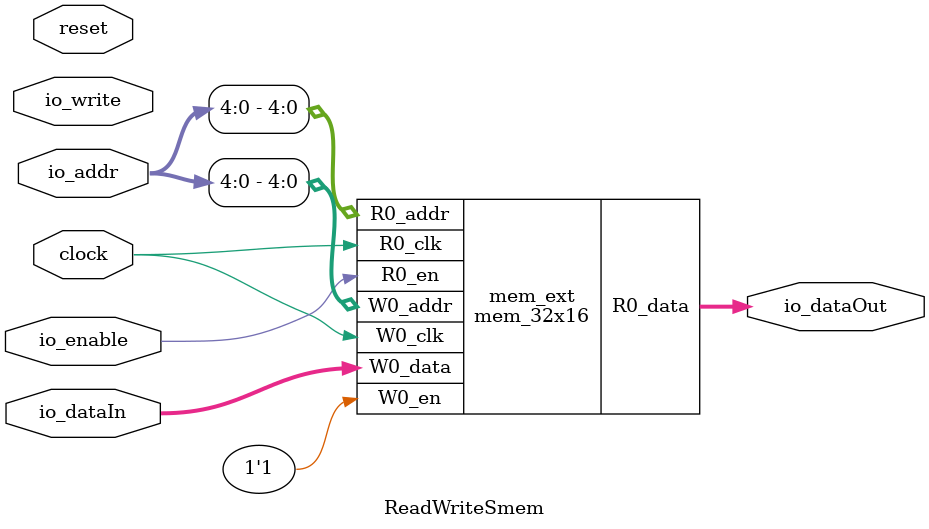
<source format=v>
module mem_32x16(
  input  [4:0]  R0_addr,
  input         R0_en,
                R0_clk,
  input  [4:0]  W0_addr,
  input         W0_en,
                W0_clk,
  input  [15:0] W0_data,
  output [15:0] R0_data
);

  reg [15:0] Memory[0:31];
  reg        _R0_en_d0;
  reg [4:0]  _R0_addr_d0;
  always @(posedge R0_clk) begin
    _R0_en_d0 <= R0_en;
    _R0_addr_d0 <= R0_addr;
  end // always @(posedge)
  always @(posedge W0_clk) begin
    if (W0_en)
      Memory[W0_addr] <= W0_data;
  end // always @(posedge)
  assign R0_data = _R0_en_d0 ? Memory[_R0_addr_d0] : 16'bx;
endmodule

module ReadWriteSmem(
  input         clock,
                reset,
                io_enable,
                io_write,
  input  [9:0]  io_addr,
  input  [15:0] io_dataIn,
  output [15:0] io_dataOut
);

  mem_32x16 mem_ext (
    .R0_addr (io_addr[4:0]),
    .R0_en   (io_enable),
    .R0_clk  (clock),
    .W0_addr (io_addr[4:0]),
    .W0_en   (1'h1),
    .W0_clk  (clock),
    .W0_data (io_dataIn),
    .R0_data (io_dataOut)
  );
endmodule


</source>
